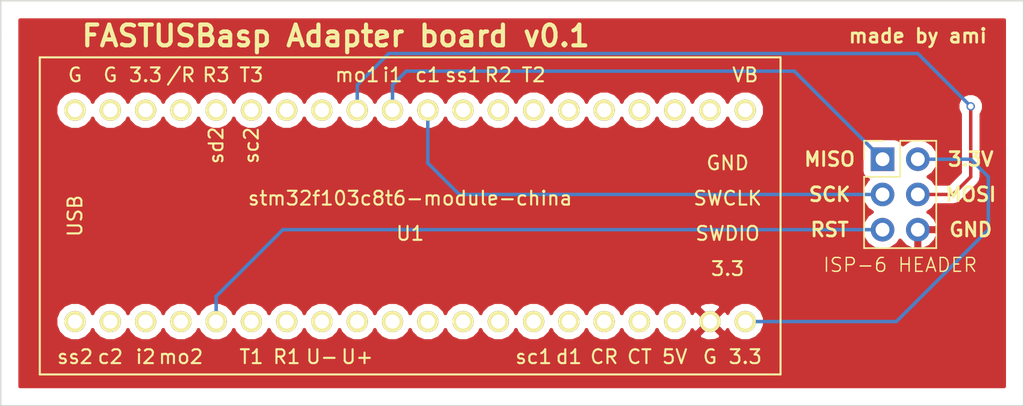
<source format=kicad_pcb>
(kicad_pcb (version 4) (host pcbnew 4.0.6)

  (general
    (links 6)
    (no_connects 0)
    (area 162.509999 101.549999 236.270001 130.860001)
    (thickness 1.6)
    (drawings 15)
    (tracks 23)
    (zones 0)
    (modules 2)
    (nets 41)
  )

  (page A4)
  (layers
    (0 F.Cu signal)
    (31 B.Cu signal)
    (32 B.Adhes user)
    (33 F.Adhes user)
    (34 B.Paste user)
    (35 F.Paste user)
    (36 B.SilkS user)
    (37 F.SilkS user)
    (38 B.Mask user)
    (39 F.Mask user)
    (40 Dwgs.User user)
    (41 Cmts.User user)
    (42 Eco1.User user)
    (43 Eco2.User user)
    (44 Edge.Cuts user)
    (45 Margin user)
    (46 B.CrtYd user)
    (47 F.CrtYd user)
    (48 B.Fab user)
    (49 F.Fab user)
  )

  (setup
    (last_trace_width 0.25)
    (trace_clearance 0.2)
    (zone_clearance 0.508)
    (zone_45_only no)
    (trace_min 0.2)
    (segment_width 0.2)
    (edge_width 0.1)
    (via_size 0.6)
    (via_drill 0.4)
    (via_min_size 0.4)
    (via_min_drill 0.3)
    (uvia_size 0.3)
    (uvia_drill 0.1)
    (uvias_allowed no)
    (uvia_min_size 0.2)
    (uvia_min_drill 0.1)
    (pcb_text_width 0.3)
    (pcb_text_size 1.5 1.5)
    (mod_edge_width 0.15)
    (mod_text_size 1 1)
    (mod_text_width 0.15)
    (pad_size 1.5 1.5)
    (pad_drill 0.6)
    (pad_to_mask_clearance 0)
    (aux_axis_origin 0 0)
    (visible_elements FFFFFF7F)
    (pcbplotparams
      (layerselection 0x010f0_80000001)
      (usegerberextensions true)
      (excludeedgelayer true)
      (linewidth 0.100000)
      (plotframeref false)
      (viasonmask false)
      (mode 1)
      (useauxorigin false)
      (hpglpennumber 1)
      (hpglpenspeed 20)
      (hpglpendiameter 15)
      (hpglpenoverlay 2)
      (psnegative false)
      (psa4output false)
      (plotreference true)
      (plotvalue true)
      (plotinvisibletext false)
      (padsonsilk false)
      (subtractmaskfromsilk false)
      (outputformat 1)
      (mirror false)
      (drillshape 0)
      (scaleselection 1)
      (outputdirectory /home/ami/repos/FASTUSBasp/kicad2/gerber/))
  )

  (net 0 "")
  (net 1 "Net-(CON1-Pad1)")
  (net 2 "Net-(CON1-Pad3)")
  (net 3 "Net-(CON1-Pad4)")
  (net 4 "Net-(CON1-Pad5)")
  (net 5 "Net-(U1-Pad1)")
  (net 6 "Net-(U1-Pad2)")
  (net 7 "Net-(U1-Pad3)")
  (net 8 "Net-(U1-Pad4)")
  (net 9 "Net-(U1-Pad6)")
  (net 10 "Net-(U1-Pad7)")
  (net 11 "Net-(U1-Pad8)")
  (net 12 "Net-(U1-Pad9)")
  (net 13 "Net-(U1-Pad10)")
  (net 14 "Net-(U1-Pad11)")
  (net 15 "Net-(U1-Pad12)")
  (net 16 "Net-(U1-Pad13)")
  (net 17 "Net-(U1-Pad14)")
  (net 18 "Net-(U1-Pad15)")
  (net 19 "Net-(U1-Pad16)")
  (net 20 "Net-(U1-Pad17)")
  (net 21 "Net-(U1-Pad18)")
  (net 22 "Net-(U1-Pad21)")
  (net 23 "Net-(U1-Pad22)")
  (net 24 "Net-(U1-Pad23)")
  (net 25 "Net-(U1-Pad24)")
  (net 26 "Net-(U1-Pad25)")
  (net 27 "Net-(U1-Pad26)")
  (net 28 "Net-(U1-Pad27)")
  (net 29 "Net-(U1-Pad28)")
  (net 30 "Net-(U1-Pad29)")
  (net 31 "Net-(U1-Pad33)")
  (net 32 "Net-(U1-Pad34)")
  (net 33 "Net-(U1-Pad35)")
  (net 34 "Net-(U1-Pad36)")
  (net 35 "Net-(U1-Pad37)")
  (net 36 "Net-(U1-Pad38)")
  (net 37 "Net-(U1-Pad39)")
  (net 38 "Net-(U1-Pad40)")
  (net 39 /3.3V)
  (net 40 /GND)

  (net_class Default "This is the default net class."
    (clearance 0.2)
    (trace_width 0.25)
    (via_dia 0.6)
    (via_drill 0.4)
    (uvia_dia 0.3)
    (uvia_drill 0.1)
    (add_net /3.3V)
    (add_net /GND)
    (add_net "Net-(CON1-Pad1)")
    (add_net "Net-(CON1-Pad3)")
    (add_net "Net-(CON1-Pad4)")
    (add_net "Net-(CON1-Pad5)")
    (add_net "Net-(U1-Pad1)")
    (add_net "Net-(U1-Pad10)")
    (add_net "Net-(U1-Pad11)")
    (add_net "Net-(U1-Pad12)")
    (add_net "Net-(U1-Pad13)")
    (add_net "Net-(U1-Pad14)")
    (add_net "Net-(U1-Pad15)")
    (add_net "Net-(U1-Pad16)")
    (add_net "Net-(U1-Pad17)")
    (add_net "Net-(U1-Pad18)")
    (add_net "Net-(U1-Pad2)")
    (add_net "Net-(U1-Pad21)")
    (add_net "Net-(U1-Pad22)")
    (add_net "Net-(U1-Pad23)")
    (add_net "Net-(U1-Pad24)")
    (add_net "Net-(U1-Pad25)")
    (add_net "Net-(U1-Pad26)")
    (add_net "Net-(U1-Pad27)")
    (add_net "Net-(U1-Pad28)")
    (add_net "Net-(U1-Pad29)")
    (add_net "Net-(U1-Pad3)")
    (add_net "Net-(U1-Pad33)")
    (add_net "Net-(U1-Pad34)")
    (add_net "Net-(U1-Pad35)")
    (add_net "Net-(U1-Pad36)")
    (add_net "Net-(U1-Pad37)")
    (add_net "Net-(U1-Pad38)")
    (add_net "Net-(U1-Pad39)")
    (add_net "Net-(U1-Pad4)")
    (add_net "Net-(U1-Pad40)")
    (add_net "Net-(U1-Pad6)")
    (add_net "Net-(U1-Pad7)")
    (add_net "Net-(U1-Pad8)")
    (add_net "Net-(U1-Pad9)")
  )

  (module Pin_Headers:Pin_Header_Straight_2x03_Pitch2.54mm (layer F.Cu) (tedit 58F4E5A2) (tstamp 58F3B34E)
    (at 226.06 113.03)
    (descr "Through hole straight pin header, 2x03, 2.54mm pitch, double rows")
    (tags "Through hole pin header THT 2x03 2.54mm double row")
    (path /58F3AC05)
    (fp_text reference CON1 (at 1.27 -2.33) (layer F.SilkS) hide
      (effects (font (size 1 1) (thickness 0.15)))
    )
    (fp_text value AVR-ISP-6 (at 1.27 7.41) (layer F.Fab) hide
      (effects (font (size 1 1) (thickness 0.15)))
    )
    (fp_line (start -1.27 -1.27) (end -1.27 6.35) (layer F.Fab) (width 0.1))
    (fp_line (start -1.27 6.35) (end 3.81 6.35) (layer F.Fab) (width 0.1))
    (fp_line (start 3.81 6.35) (end 3.81 -1.27) (layer F.Fab) (width 0.1))
    (fp_line (start 3.81 -1.27) (end -1.27 -1.27) (layer F.Fab) (width 0.1))
    (fp_line (start -1.33 1.27) (end -1.33 6.41) (layer F.SilkS) (width 0.12))
    (fp_line (start -1.33 6.41) (end 3.87 6.41) (layer F.SilkS) (width 0.12))
    (fp_line (start 3.87 6.41) (end 3.87 -1.33) (layer F.SilkS) (width 0.12))
    (fp_line (start 3.87 -1.33) (end 1.27 -1.33) (layer F.SilkS) (width 0.12))
    (fp_line (start 1.27 -1.33) (end 1.27 1.27) (layer F.SilkS) (width 0.12))
    (fp_line (start 1.27 1.27) (end -1.33 1.27) (layer F.SilkS) (width 0.12))
    (fp_line (start -1.33 0) (end -1.33 -1.33) (layer F.SilkS) (width 0.12))
    (fp_line (start -1.33 -1.33) (end 0 -1.33) (layer F.SilkS) (width 0.12))
    (fp_line (start -1.8 -1.8) (end -1.8 6.85) (layer F.CrtYd) (width 0.05))
    (fp_line (start -1.8 6.85) (end 4.35 6.85) (layer F.CrtYd) (width 0.05))
    (fp_line (start 4.35 6.85) (end 4.35 -1.8) (layer F.CrtYd) (width 0.05))
    (fp_line (start 4.35 -1.8) (end -1.8 -1.8) (layer F.CrtYd) (width 0.05))
    (fp_text user "ISP-6 HEADER" (at 1.27 -2.33) (layer F.Fab)
      (effects (font (size 1 1) (thickness 0.15)))
    )
    (pad 1 thru_hole rect (at 0 0) (size 1.7 1.7) (drill 1) (layers *.Cu *.Mask)
      (net 1 "Net-(CON1-Pad1)"))
    (pad 2 thru_hole oval (at 2.54 0) (size 1.7 1.7) (drill 1) (layers *.Cu *.Mask)
      (net 39 /3.3V))
    (pad 3 thru_hole oval (at 0 2.54) (size 1.7 1.7) (drill 1) (layers *.Cu *.Mask)
      (net 2 "Net-(CON1-Pad3)"))
    (pad 4 thru_hole oval (at 2.54 2.54) (size 1.7 1.7) (drill 1) (layers *.Cu *.Mask)
      (net 3 "Net-(CON1-Pad4)"))
    (pad 5 thru_hole oval (at 0 5.08) (size 1.7 1.7) (drill 1) (layers *.Cu *.Mask)
      (net 4 "Net-(CON1-Pad5)"))
    (pad 6 thru_hole oval (at 2.54 5.08) (size 1.7 1.7) (drill 1) (layers *.Cu *.Mask)
      (net 40 /GND))
    (model ${KISYS3DMOD}/Pin_Headers.3dshapes/Pin_Header_Straight_2x03_Pitch2.54mm.wrl
      (at (xyz 0.05 -0.1 0))
      (scale (xyz 1 1 1))
      (rotate (xyz 0 0 90))
    )
  )

  (module myelin-kicad:stm32f103c8t6-module-china (layer F.Cu) (tedit 5712CDA9) (tstamp 58F3B3A1)
    (at 192.045001 117.115001)
    (path /58F3343D)
    (fp_text reference U1 (at 0 1.27) (layer F.SilkS)
      (effects (font (size 1 1) (thickness 0.15)))
    )
    (fp_text value stm32f103c8t6-module-china (at 0 -1.27) (layer F.SilkS)
      (effects (font (size 1 1) (thickness 0.15)))
    )
    (fp_text user sc2 (at -11.43 -5.08 90) (layer F.SilkS)
      (effects (font (size 1 1) (thickness 0.15)))
    )
    (fp_text user sd2 (at -13.97 -5.08 90) (layer F.SilkS)
      (effects (font (size 1 1) (thickness 0.15)))
    )
    (fp_text user mo2 (at -16.51 10.16) (layer F.SilkS)
      (effects (font (size 1 1) (thickness 0.15)))
    )
    (fp_text user i2 (at -19.05 10.16) (layer F.SilkS)
      (effects (font (size 1 1) (thickness 0.15)))
    )
    (fp_text user c2 (at -21.59 10.16) (layer F.SilkS)
      (effects (font (size 1 1) (thickness 0.15)))
    )
    (fp_text user ss2 (at -24.13 10.16) (layer F.SilkS)
      (effects (font (size 1 1) (thickness 0.15)))
    )
    (fp_text user d1 (at 11.43 10.16) (layer F.SilkS)
      (effects (font (size 1 1) (thickness 0.15)))
    )
    (fp_text user sc1 (at 8.89 10.16) (layer F.SilkS)
      (effects (font (size 1 1) (thickness 0.15)))
    )
    (fp_text user T2 (at 8.89 -10.16) (layer F.SilkS)
      (effects (font (size 1 1) (thickness 0.15)))
    )
    (fp_text user R2 (at 6.35 -10.16) (layer F.SilkS)
      (effects (font (size 1 1) (thickness 0.15)))
    )
    (fp_text user ss1 (at 3.81 -10.16) (layer F.SilkS)
      (effects (font (size 1 1) (thickness 0.15)))
    )
    (fp_text user c1 (at 1.27 -10.16) (layer F.SilkS)
      (effects (font (size 1 1) (thickness 0.15)))
    )
    (fp_text user i1 (at -1.27 -10.16) (layer F.SilkS)
      (effects (font (size 1 1) (thickness 0.15)))
    )
    (fp_text user mo1 (at -3.81 -10.16) (layer F.SilkS)
      (effects (font (size 1 1) (thickness 0.15)))
    )
    (fp_text user T3 (at -11.43 -10.16) (layer F.SilkS)
      (effects (font (size 1 1) (thickness 0.15)))
    )
    (fp_text user R3 (at -13.97 -10.16) (layer F.SilkS)
      (effects (font (size 1 1) (thickness 0.15)))
    )
    (fp_text user CT (at 16.51 10.16) (layer F.SilkS)
      (effects (font (size 1 1) (thickness 0.15)))
    )
    (fp_text user CR (at 13.97 10.16) (layer F.SilkS)
      (effects (font (size 1 1) (thickness 0.15)))
    )
    (fp_text user U+ (at -3.81 10.16) (layer F.SilkS)
      (effects (font (size 1 1) (thickness 0.15)))
    )
    (fp_text user U- (at -6.35 10.16) (layer F.SilkS)
      (effects (font (size 1 1) (thickness 0.15)))
    )
    (fp_text user R1 (at -8.89 10.16) (layer F.SilkS)
      (effects (font (size 1 1) (thickness 0.15)))
    )
    (fp_text user T1 (at -11.43 10.16) (layer F.SilkS)
      (effects (font (size 1 1) (thickness 0.15)))
    )
    (fp_text user 3.3 (at 22.86 3.81) (layer F.SilkS)
      (effects (font (size 1 1) (thickness 0.15)))
    )
    (fp_text user SWDIO (at 22.86 1.27) (layer F.SilkS)
      (effects (font (size 1 1) (thickness 0.15)))
    )
    (fp_text user SWCLK (at 22.86 -1.27) (layer F.SilkS)
      (effects (font (size 1 1) (thickness 0.15)))
    )
    (fp_text user GND (at 22.86 -3.81) (layer F.SilkS)
      (effects (font (size 1 1) (thickness 0.15)))
    )
    (fp_text user 3.3 (at 24.13 10.16) (layer F.SilkS)
      (effects (font (size 1 1) (thickness 0.15)))
    )
    (fp_text user G (at 21.59 10.16) (layer F.SilkS)
      (effects (font (size 1 1) (thickness 0.15)))
    )
    (fp_text user /R (at -16.51 -10.16) (layer F.SilkS)
      (effects (font (size 1 1) (thickness 0.15)))
    )
    (fp_text user 3.3 (at -19.05 -10.16) (layer F.SilkS)
      (effects (font (size 1 1) (thickness 0.15)))
    )
    (fp_text user G (at -21.59 -10.16) (layer F.SilkS)
      (effects (font (size 1 1) (thickness 0.15)))
    )
    (fp_text user G (at -24.13 -10.16) (layer F.SilkS)
      (effects (font (size 1 1) (thickness 0.15)))
    )
    (fp_text user VB (at 24.13 -10.16) (layer F.SilkS)
      (effects (font (size 1 1) (thickness 0.15)))
    )
    (fp_text user 5V (at 19.05 10.16) (layer F.SilkS)
      (effects (font (size 1 1) (thickness 0.15)))
    )
    (fp_text user USB (at -24.13 0 90) (layer F.SilkS)
      (effects (font (size 1 1) (thickness 0.15)))
    )
    (fp_line (start -26.67 11.43) (end 26.67 11.43) (layer F.SilkS) (width 0.15))
    (fp_line (start 26.67 -11.43) (end -26.67 -11.43) (layer F.SilkS) (width 0.15))
    (fp_line (start 26.67 11.43) (end 26.67 -11.43) (layer F.SilkS) (width 0.15))
    (fp_line (start -26.67 -11.43) (end -26.67 11.43) (layer F.SilkS) (width 0.15))
    (pad 1 thru_hole circle (at -24.13 7.62) (size 1.524 1.524) (drill 1.016) (layers *.Cu *.Mask F.SilkS)
      (net 5 "Net-(U1-Pad1)"))
    (pad 2 thru_hole circle (at -21.59 7.62) (size 1.524 1.524) (drill 1.016) (layers *.Cu *.Mask F.SilkS)
      (net 6 "Net-(U1-Pad2)"))
    (pad 3 thru_hole circle (at -19.05 7.62) (size 1.524 1.524) (drill 1.016) (layers *.Cu *.Mask F.SilkS)
      (net 7 "Net-(U1-Pad3)"))
    (pad 4 thru_hole circle (at -16.51 7.62) (size 1.524 1.524) (drill 1.016) (layers *.Cu *.Mask F.SilkS)
      (net 8 "Net-(U1-Pad4)"))
    (pad 5 thru_hole circle (at -13.97 7.62) (size 1.524 1.524) (drill 1.016) (layers *.Cu *.Mask F.SilkS)
      (net 4 "Net-(CON1-Pad5)"))
    (pad 6 thru_hole circle (at -11.43 7.62) (size 1.524 1.524) (drill 1.016) (layers *.Cu *.Mask F.SilkS)
      (net 9 "Net-(U1-Pad6)"))
    (pad 7 thru_hole circle (at -8.89 7.62) (size 1.524 1.524) (drill 1.016) (layers *.Cu *.Mask F.SilkS)
      (net 10 "Net-(U1-Pad7)"))
    (pad 8 thru_hole circle (at -6.35 7.62) (size 1.524 1.524) (drill 1.016) (layers *.Cu *.Mask F.SilkS)
      (net 11 "Net-(U1-Pad8)"))
    (pad 9 thru_hole circle (at -3.81 7.62) (size 1.524 1.524) (drill 1.016) (layers *.Cu *.Mask F.SilkS)
      (net 12 "Net-(U1-Pad9)"))
    (pad 10 thru_hole circle (at -1.27 7.62) (size 1.524 1.524) (drill 1.016) (layers *.Cu *.Mask F.SilkS)
      (net 13 "Net-(U1-Pad10)"))
    (pad 11 thru_hole circle (at 1.27 7.62) (size 1.524 1.524) (drill 1.016) (layers *.Cu *.Mask F.SilkS)
      (net 14 "Net-(U1-Pad11)"))
    (pad 12 thru_hole circle (at 3.81 7.62) (size 1.524 1.524) (drill 1.016) (layers *.Cu *.Mask F.SilkS)
      (net 15 "Net-(U1-Pad12)"))
    (pad 13 thru_hole circle (at 6.35 7.62) (size 1.524 1.524) (drill 1.016) (layers *.Cu *.Mask F.SilkS)
      (net 16 "Net-(U1-Pad13)"))
    (pad 14 thru_hole circle (at 8.89 7.62) (size 1.524 1.524) (drill 1.016) (layers *.Cu *.Mask F.SilkS)
      (net 17 "Net-(U1-Pad14)"))
    (pad 15 thru_hole circle (at 11.43 7.62) (size 1.524 1.524) (drill 1.016) (layers *.Cu *.Mask F.SilkS)
      (net 18 "Net-(U1-Pad15)"))
    (pad 16 thru_hole circle (at 13.97 7.62) (size 1.524 1.524) (drill 1.016) (layers *.Cu *.Mask F.SilkS)
      (net 19 "Net-(U1-Pad16)"))
    (pad 17 thru_hole circle (at 16.51 7.62) (size 1.524 1.524) (drill 1.016) (layers *.Cu *.Mask F.SilkS)
      (net 20 "Net-(U1-Pad17)"))
    (pad 18 thru_hole circle (at 19.05 7.62) (size 1.524 1.524) (drill 1.016) (layers *.Cu *.Mask F.SilkS)
      (net 21 "Net-(U1-Pad18)"))
    (pad 19 thru_hole circle (at 21.59 7.62) (size 1.524 1.524) (drill 1.016) (layers *.Cu *.Mask F.SilkS)
      (net 40 /GND))
    (pad 20 thru_hole circle (at 24.13 7.62) (size 1.524 1.524) (drill 1.016) (layers *.Cu *.Mask F.SilkS)
      (net 39 /3.3V))
    (pad 21 thru_hole circle (at 24.13 -7.62) (size 1.524 1.524) (drill 1.016) (layers *.Cu *.Mask F.SilkS)
      (net 22 "Net-(U1-Pad21)"))
    (pad 22 thru_hole circle (at 21.59 -7.62) (size 1.524 1.524) (drill 1.016) (layers *.Cu *.Mask F.SilkS)
      (net 23 "Net-(U1-Pad22)"))
    (pad 23 thru_hole circle (at 19.05 -7.62) (size 1.524 1.524) (drill 1.016) (layers *.Cu *.Mask F.SilkS)
      (net 24 "Net-(U1-Pad23)"))
    (pad 24 thru_hole circle (at 16.51 -7.62) (size 1.524 1.524) (drill 1.016) (layers *.Cu *.Mask F.SilkS)
      (net 25 "Net-(U1-Pad24)"))
    (pad 25 thru_hole circle (at 13.97 -7.62) (size 1.524 1.524) (drill 1.016) (layers *.Cu *.Mask F.SilkS)
      (net 26 "Net-(U1-Pad25)"))
    (pad 26 thru_hole circle (at 11.43 -7.62) (size 1.524 1.524) (drill 1.016) (layers *.Cu *.Mask F.SilkS)
      (net 27 "Net-(U1-Pad26)"))
    (pad 27 thru_hole circle (at 8.89 -7.62) (size 1.524 1.524) (drill 1.016) (layers *.Cu *.Mask F.SilkS)
      (net 28 "Net-(U1-Pad27)"))
    (pad 28 thru_hole circle (at 6.35 -7.62) (size 1.524 1.524) (drill 1.016) (layers *.Cu *.Mask F.SilkS)
      (net 29 "Net-(U1-Pad28)"))
    (pad 29 thru_hole circle (at 3.81 -7.62) (size 1.524 1.524) (drill 1.016) (layers *.Cu *.Mask F.SilkS)
      (net 30 "Net-(U1-Pad29)"))
    (pad 30 thru_hole circle (at 1.27 -7.62) (size 1.524 1.524) (drill 1.016) (layers *.Cu *.Mask F.SilkS)
      (net 2 "Net-(CON1-Pad3)"))
    (pad 31 thru_hole circle (at -1.27 -7.62) (size 1.524 1.524) (drill 1.016) (layers *.Cu *.Mask F.SilkS)
      (net 1 "Net-(CON1-Pad1)"))
    (pad 32 thru_hole circle (at -3.81 -7.62) (size 1.524 1.524) (drill 1.016) (layers *.Cu *.Mask F.SilkS)
      (net 3 "Net-(CON1-Pad4)"))
    (pad 33 thru_hole circle (at -6.35 -7.62) (size 1.524 1.524) (drill 1.016) (layers *.Cu *.Mask F.SilkS)
      (net 31 "Net-(U1-Pad33)"))
    (pad 34 thru_hole circle (at -8.89 -7.62) (size 1.524 1.524) (drill 1.016) (layers *.Cu *.Mask F.SilkS)
      (net 32 "Net-(U1-Pad34)"))
    (pad 35 thru_hole circle (at -11.43 -7.62) (size 1.524 1.524) (drill 1.016) (layers *.Cu *.Mask F.SilkS)
      (net 33 "Net-(U1-Pad35)"))
    (pad 36 thru_hole circle (at -13.97 -7.62) (size 1.524 1.524) (drill 1.016) (layers *.Cu *.Mask F.SilkS)
      (net 34 "Net-(U1-Pad36)"))
    (pad 37 thru_hole circle (at -16.51 -7.62) (size 1.524 1.524) (drill 1.016) (layers *.Cu *.Mask F.SilkS)
      (net 35 "Net-(U1-Pad37)"))
    (pad 38 thru_hole circle (at -19.05 -7.62) (size 1.524 1.524) (drill 1.016) (layers *.Cu *.Mask F.SilkS)
      (net 36 "Net-(U1-Pad38)"))
    (pad 39 thru_hole circle (at -21.59 -7.62) (size 1.524 1.524) (drill 1.016) (layers *.Cu *.Mask F.SilkS)
      (net 37 "Net-(U1-Pad39)"))
    (pad 40 thru_hole circle (at -24.13 -7.62) (size 1.524 1.524) (drill 1.016) (layers *.Cu *.Mask F.SilkS)
      (net 38 "Net-(U1-Pad40)"))
  )

  (gr_text GND (at 232.41 118.11) (layer F.SilkS)
    (effects (font (size 1 1) (thickness 0.2)))
  )
  (gr_text MOSI (at 232.41 115.57) (layer F.SilkS)
    (effects (font (size 1 1) (thickness 0.2)))
  )
  (gr_text 3.3V (at 232.41 113.03) (layer F.SilkS)
    (effects (font (size 1 1) (thickness 0.2)))
  )
  (gr_text "ISP-6 HEADER" (at 227.33 120.65) (layer F.SilkS)
    (effects (font (size 1 1) (thickness 0.1)))
  )
  (gr_text RST (at 222.25 118.11) (layer F.SilkS)
    (effects (font (size 1 1) (thickness 0.2)))
  )
  (gr_text SCK (at 222.25 115.57) (layer F.SilkS)
    (effects (font (size 1 1) (thickness 0.2)))
  )
  (gr_text MISO (at 222.25 113.03) (layer F.SilkS)
    (effects (font (size 1 1) (thickness 0.2)))
  )
  (gr_text "made by ami" (at 228.6 104.14) (layer F.SilkS)
    (effects (font (size 1 1) (thickness 0.2)))
  )
  (gr_text "FASTUSBasp Adapter board v0.1" (at 186.69 104.14) (layer F.SilkS)
    (effects (font (size 1.5 1.5) (thickness 0.3)))
  )
  (gr_line (start 236.22 101.6) (end 236.22 104.14) (angle 90) (layer Edge.Cuts) (width 0.1))
  (gr_line (start 162.56 101.6) (end 236.22 101.6) (angle 90) (layer Edge.Cuts) (width 0.1))
  (gr_line (start 162.56 104.14) (end 162.56 101.6) (angle 90) (layer Edge.Cuts) (width 0.1))
  (gr_line (start 162.56 130.81) (end 162.56 104.14) (angle 90) (layer Edge.Cuts) (width 0.1))
  (gr_line (start 236.22 130.81) (end 162.56 130.81) (angle 90) (layer Edge.Cuts) (width 0.1))
  (gr_line (start 236.22 104.14) (end 236.22 130.81) (angle 90) (layer Edge.Cuts) (width 0.1))

  (segment (start 190.775001 109.495001) (end 190.775001 107.674999) (width 0.25) (layer B.Cu) (net 1))
  (segment (start 219.71 106.68) (end 226.06 113.03) (width 0.25) (layer B.Cu) (net 1) (tstamp 58F3B544))
  (segment (start 191.77 106.68) (end 219.71 106.68) (width 0.25) (layer B.Cu) (net 1) (tstamp 58F3B53F))
  (segment (start 190.775001 107.674999) (end 191.77 106.68) (width 0.25) (layer B.Cu) (net 1) (tstamp 58F3B53C))
  (segment (start 193.315001 109.495001) (end 193.315001 113.305001) (width 0.25) (layer B.Cu) (net 2))
  (segment (start 195.58 115.57) (end 226.06 115.57) (width 0.25) (layer B.Cu) (net 2) (tstamp 58F3B551))
  (segment (start 193.315001 113.305001) (end 195.58 115.57) (width 0.25) (layer B.Cu) (net 2) (tstamp 58F3B549))
  (segment (start 188.235001 109.495001) (end 188.235001 107.674999) (width 0.25) (layer B.Cu) (net 3))
  (segment (start 231.14 115.57) (end 228.6 115.57) (width 0.25) (layer F.Cu) (net 3) (tstamp 58F3B507))
  (segment (start 232.41 114.3) (end 231.14 115.57) (width 0.25) (layer F.Cu) (net 3) (tstamp 58F3B4FF))
  (segment (start 232.41 109.22) (end 232.41 114.3) (width 0.25) (layer F.Cu) (net 3) (tstamp 58F3B4FE))
  (via (at 232.41 109.22) (size 0.6) (drill 0.4) (layers F.Cu B.Cu) (net 3))
  (segment (start 228.6 105.41) (end 232.41 109.22) (width 0.25) (layer B.Cu) (net 3) (tstamp 58F3B4F1))
  (segment (start 190.5 105.41) (end 228.6 105.41) (width 0.25) (layer B.Cu) (net 3) (tstamp 58F3B4EC))
  (segment (start 188.235001 107.674999) (end 190.5 105.41) (width 0.25) (layer B.Cu) (net 3) (tstamp 58F3B4E3))
  (segment (start 178.075001 124.735001) (end 178.075001 122.914999) (width 0.25) (layer B.Cu) (net 4))
  (segment (start 182.88 118.11) (end 226.06 118.11) (width 0.25) (layer B.Cu) (net 4) (tstamp 58F3B566))
  (segment (start 178.075001 122.914999) (end 182.88 118.11) (width 0.25) (layer B.Cu) (net 4) (tstamp 58F3B55E))
  (segment (start 216.175001 124.735001) (end 227.054999 124.735001) (width 0.25) (layer B.Cu) (net 39))
  (segment (start 232.41 113.03) (end 228.6 113.03) (width 0.25) (layer B.Cu) (net 39) (tstamp 58F3B5AF))
  (segment (start 233.68 114.3) (end 232.41 113.03) (width 0.25) (layer B.Cu) (net 39) (tstamp 58F3B5A7))
  (segment (start 233.68 118.11) (end 233.68 114.3) (width 0.25) (layer B.Cu) (net 39) (tstamp 58F3B59F))
  (segment (start 227.054999 124.735001) (end 233.68 118.11) (width 0.25) (layer B.Cu) (net 39) (tstamp 58F3B599))

  (zone (net 40) (net_name /GND) (layer F.Cu) (tstamp 58F3B486) (hatch edge 0.508)
    (connect_pads (clearance 0.508))
    (min_thickness 0.254)
    (fill yes (arc_segments 16) (thermal_gap 0.508) (thermal_bridge_width 0.508))
    (polygon
      (pts
        (xy 234.95 129.54) (xy 163.83 129.54) (xy 163.83 102.87) (xy 234.95 102.87)
      )
    )
    (filled_polygon
      (pts
        (xy 234.823 129.413) (xy 163.957 129.413) (xy 163.957 125.011662) (xy 166.517759 125.011662) (xy 166.729991 125.525304)
        (xy 167.122631 125.91863) (xy 167.635901 126.131758) (xy 168.191662 126.132243) (xy 168.705304 125.920011) (xy 169.09863 125.527371)
        (xy 169.18495 125.319489) (xy 169.269991 125.525304) (xy 169.662631 125.91863) (xy 170.175901 126.131758) (xy 170.731662 126.132243)
        (xy 171.245304 125.920011) (xy 171.63863 125.527371) (xy 171.72495 125.319489) (xy 171.809991 125.525304) (xy 172.202631 125.91863)
        (xy 172.715901 126.131758) (xy 173.271662 126.132243) (xy 173.785304 125.920011) (xy 174.17863 125.527371) (xy 174.26495 125.319489)
        (xy 174.349991 125.525304) (xy 174.742631 125.91863) (xy 175.255901 126.131758) (xy 175.811662 126.132243) (xy 176.325304 125.920011)
        (xy 176.71863 125.527371) (xy 176.80495 125.319489) (xy 176.889991 125.525304) (xy 177.282631 125.91863) (xy 177.795901 126.131758)
        (xy 178.351662 126.132243) (xy 178.865304 125.920011) (xy 179.25863 125.527371) (xy 179.34495 125.319489) (xy 179.429991 125.525304)
        (xy 179.822631 125.91863) (xy 180.335901 126.131758) (xy 180.891662 126.132243) (xy 181.405304 125.920011) (xy 181.79863 125.527371)
        (xy 181.88495 125.319489) (xy 181.969991 125.525304) (xy 182.362631 125.91863) (xy 182.875901 126.131758) (xy 183.431662 126.132243)
        (xy 183.945304 125.920011) (xy 184.33863 125.527371) (xy 184.42495 125.319489) (xy 184.509991 125.525304) (xy 184.902631 125.91863)
        (xy 185.415901 126.131758) (xy 185.971662 126.132243) (xy 186.485304 125.920011) (xy 186.87863 125.527371) (xy 186.96495 125.319489)
        (xy 187.049991 125.525304) (xy 187.442631 125.91863) (xy 187.955901 126.131758) (xy 188.511662 126.132243) (xy 189.025304 125.920011)
        (xy 189.41863 125.527371) (xy 189.50495 125.319489) (xy 189.589991 125.525304) (xy 189.982631 125.91863) (xy 190.495901 126.131758)
        (xy 191.051662 126.132243) (xy 191.565304 125.920011) (xy 191.95863 125.527371) (xy 192.04495 125.319489) (xy 192.129991 125.525304)
        (xy 192.522631 125.91863) (xy 193.035901 126.131758) (xy 193.591662 126.132243) (xy 194.105304 125.920011) (xy 194.49863 125.527371)
        (xy 194.58495 125.319489) (xy 194.669991 125.525304) (xy 195.062631 125.91863) (xy 195.575901 126.131758) (xy 196.131662 126.132243)
        (xy 196.645304 125.920011) (xy 197.03863 125.527371) (xy 197.12495 125.319489) (xy 197.209991 125.525304) (xy 197.602631 125.91863)
        (xy 198.115901 126.131758) (xy 198.671662 126.132243) (xy 199.185304 125.920011) (xy 199.57863 125.527371) (xy 199.66495 125.319489)
        (xy 199.749991 125.525304) (xy 200.142631 125.91863) (xy 200.655901 126.131758) (xy 201.211662 126.132243) (xy 201.725304 125.920011)
        (xy 202.11863 125.527371) (xy 202.20495 125.319489) (xy 202.289991 125.525304) (xy 202.682631 125.91863) (xy 203.195901 126.131758)
        (xy 203.751662 126.132243) (xy 204.265304 125.920011) (xy 204.65863 125.527371) (xy 204.74495 125.319489) (xy 204.829991 125.525304)
        (xy 205.222631 125.91863) (xy 205.735901 126.131758) (xy 206.291662 126.132243) (xy 206.805304 125.920011) (xy 207.19863 125.527371)
        (xy 207.28495 125.319489) (xy 207.369991 125.525304) (xy 207.762631 125.91863) (xy 208.275901 126.131758) (xy 208.831662 126.132243)
        (xy 209.345304 125.920011) (xy 209.73863 125.527371) (xy 209.82495 125.319489) (xy 209.909991 125.525304) (xy 210.302631 125.91863)
        (xy 210.815901 126.131758) (xy 211.371662 126.132243) (xy 211.885304 125.920011) (xy 212.090458 125.715214) (xy 212.834393 125.715214)
        (xy 212.903858 125.957398) (xy 213.427303 126.144145) (xy 213.982369 126.116363) (xy 214.366144 125.957398) (xy 214.435609 125.715214)
        (xy 213.635001 124.914606) (xy 212.834393 125.715214) (xy 212.090458 125.715214) (xy 212.27863 125.527371) (xy 212.358396 125.335274)
        (xy 212.412604 125.466144) (xy 212.654788 125.535609) (xy 213.455396 124.735001) (xy 213.814606 124.735001) (xy 214.615214 125.535609)
        (xy 214.857398 125.466144) (xy 214.90751 125.325683) (xy 214.989991 125.525304) (xy 215.382631 125.91863) (xy 215.895901 126.131758)
        (xy 216.451662 126.132243) (xy 216.965304 125.920011) (xy 217.35863 125.527371) (xy 217.571758 125.014101) (xy 217.572243 124.45834)
        (xy 217.360011 123.944698) (xy 216.967371 123.551372) (xy 216.454101 123.338244) (xy 215.89834 123.337759) (xy 215.384698 123.549991)
        (xy 214.991372 123.942631) (xy 214.911606 124.134728) (xy 214.857398 124.003858) (xy 214.615214 123.934393) (xy 213.814606 124.735001)
        (xy 213.455396 124.735001) (xy 212.654788 123.934393) (xy 212.412604 124.003858) (xy 212.362492 124.144319) (xy 212.280011 123.944698)
        (xy 212.090433 123.754788) (xy 212.834393 123.754788) (xy 213.635001 124.555396) (xy 214.435609 123.754788) (xy 214.366144 123.512604)
        (xy 213.842699 123.325857) (xy 213.287633 123.353639) (xy 212.903858 123.512604) (xy 212.834393 123.754788) (xy 212.090433 123.754788)
        (xy 211.887371 123.551372) (xy 211.374101 123.338244) (xy 210.81834 123.337759) (xy 210.304698 123.549991) (xy 209.911372 123.942631)
        (xy 209.825052 124.150513) (xy 209.740011 123.944698) (xy 209.347371 123.551372) (xy 208.834101 123.338244) (xy 208.27834 123.337759)
        (xy 207.764698 123.549991) (xy 207.371372 123.942631) (xy 207.285052 124.150513) (xy 207.200011 123.944698) (xy 206.807371 123.551372)
        (xy 206.294101 123.338244) (xy 205.73834 123.337759) (xy 205.224698 123.549991) (xy 204.831372 123.942631) (xy 204.745052 124.150513)
        (xy 204.660011 123.944698) (xy 204.267371 123.551372) (xy 203.754101 123.338244) (xy 203.19834 123.337759) (xy 202.684698 123.549991)
        (xy 202.291372 123.942631) (xy 202.205052 124.150513) (xy 202.120011 123.944698) (xy 201.727371 123.551372) (xy 201.214101 123.338244)
        (xy 200.65834 123.337759) (xy 200.144698 123.549991) (xy 199.751372 123.942631) (xy 199.665052 124.150513) (xy 199.580011 123.944698)
        (xy 199.187371 123.551372) (xy 198.674101 123.338244) (xy 198.11834 123.337759) (xy 197.604698 123.549991) (xy 197.211372 123.942631)
        (xy 197.125052 124.150513) (xy 197.040011 123.944698) (xy 196.647371 123.551372) (xy 196.134101 123.338244) (xy 195.57834 123.337759)
        (xy 195.064698 123.549991) (xy 194.671372 123.942631) (xy 194.585052 124.150513) (xy 194.500011 123.944698) (xy 194.107371 123.551372)
        (xy 193.594101 123.338244) (xy 193.03834 123.337759) (xy 192.524698 123.549991) (xy 192.131372 123.942631) (xy 192.045052 124.150513)
        (xy 191.960011 123.944698) (xy 191.567371 123.551372) (xy 191.054101 123.338244) (xy 190.49834 123.337759) (xy 189.984698 123.549991)
        (xy 189.591372 123.942631) (xy 189.505052 124.150513) (xy 189.420011 123.944698) (xy 189.027371 123.551372) (xy 188.514101 123.338244)
        (xy 187.95834 123.337759) (xy 187.444698 123.549991) (xy 187.051372 123.942631) (xy 186.965052 124.150513) (xy 186.880011 123.944698)
        (xy 186.487371 123.551372) (xy 185.974101 123.338244) (xy 185.41834 123.337759) (xy 184.904698 123.549991) (xy 184.511372 123.942631)
        (xy 184.425052 124.150513) (xy 184.340011 123.944698) (xy 183.947371 123.551372) (xy 183.434101 123.338244) (xy 182.87834 123.337759)
        (xy 182.364698 123.549991) (xy 181.971372 123.942631) (xy 181.885052 124.150513) (xy 181.800011 123.944698) (xy 181.407371 123.551372)
        (xy 180.894101 123.338244) (xy 180.33834 123.337759) (xy 179.824698 123.549991) (xy 179.431372 123.942631) (xy 179.345052 124.150513)
        (xy 179.260011 123.944698) (xy 178.867371 123.551372) (xy 178.354101 123.338244) (xy 177.79834 123.337759) (xy 177.284698 123.549991)
        (xy 176.891372 123.942631) (xy 176.805052 124.150513) (xy 176.720011 123.944698) (xy 176.327371 123.551372) (xy 175.814101 123.338244)
        (xy 175.25834 123.337759) (xy 174.744698 123.549991) (xy 174.351372 123.942631) (xy 174.265052 124.150513) (xy 174.180011 123.944698)
        (xy 173.787371 123.551372) (xy 173.274101 123.338244) (xy 172.71834 123.337759) (xy 172.204698 123.549991) (xy 171.811372 123.942631)
        (xy 171.725052 124.150513) (xy 171.640011 123.944698) (xy 171.247371 123.551372) (xy 170.734101 123.338244) (xy 170.17834 123.337759)
        (xy 169.664698 123.549991) (xy 169.271372 123.942631) (xy 169.185052 124.150513) (xy 169.100011 123.944698) (xy 168.707371 123.551372)
        (xy 168.194101 123.338244) (xy 167.63834 123.337759) (xy 167.124698 123.549991) (xy 166.731372 123.942631) (xy 166.518244 124.455901)
        (xy 166.517759 125.011662) (xy 163.957 125.011662) (xy 163.957 115.57) (xy 224.545907 115.57) (xy 224.658946 116.138285)
        (xy 224.980853 116.620054) (xy 225.310026 116.84) (xy 224.980853 117.059946) (xy 224.658946 117.541715) (xy 224.545907 118.11)
        (xy 224.658946 118.678285) (xy 224.980853 119.160054) (xy 225.462622 119.481961) (xy 226.030907 119.595) (xy 226.089093 119.595)
        (xy 226.657378 119.481961) (xy 227.139147 119.160054) (xy 227.328345 118.876899) (xy 227.328355 118.876924) (xy 227.718642 119.305183)
        (xy 228.243108 119.551486) (xy 228.473 119.430819) (xy 228.473 118.237) (xy 228.727 118.237) (xy 228.727 119.430819)
        (xy 228.956892 119.551486) (xy 229.481358 119.305183) (xy 229.871645 118.876924) (xy 230.041476 118.46689) (xy 229.920155 118.237)
        (xy 228.727 118.237) (xy 228.473 118.237) (xy 228.453 118.237) (xy 228.453 117.983) (xy 228.473 117.983)
        (xy 228.473 117.963) (xy 228.727 117.963) (xy 228.727 117.983) (xy 229.920155 117.983) (xy 230.041476 117.75311)
        (xy 229.871645 117.343076) (xy 229.481358 116.914817) (xy 229.338447 116.847702) (xy 229.679147 116.620054) (xy 229.872954 116.33)
        (xy 231.14 116.33) (xy 231.430839 116.272148) (xy 231.677401 116.107401) (xy 232.947401 114.837401) (xy 233.112148 114.59084)
        (xy 233.17 114.3) (xy 233.17 109.782463) (xy 233.202192 109.750327) (xy 233.344838 109.406799) (xy 233.345162 109.034833)
        (xy 233.203117 108.691057) (xy 232.940327 108.427808) (xy 232.596799 108.285162) (xy 232.224833 108.284838) (xy 231.881057 108.426883)
        (xy 231.617808 108.689673) (xy 231.475162 109.033201) (xy 231.474838 109.405167) (xy 231.616883 109.748943) (xy 231.65 109.782118)
        (xy 231.65 113.985198) (xy 230.825198 114.81) (xy 229.872954 114.81) (xy 229.679147 114.519946) (xy 229.349974 114.3)
        (xy 229.679147 114.080054) (xy 230.001054 113.598285) (xy 230.114093 113.03) (xy 230.001054 112.461715) (xy 229.679147 111.979946)
        (xy 229.197378 111.658039) (xy 228.629093 111.545) (xy 228.570907 111.545) (xy 228.002622 111.658039) (xy 227.520853 111.979946)
        (xy 227.520029 111.981179) (xy 227.513162 111.944683) (xy 227.37409 111.728559) (xy 227.16189 111.583569) (xy 226.91 111.53256)
        (xy 225.21 111.53256) (xy 224.974683 111.576838) (xy 224.758559 111.71591) (xy 224.613569 111.92811) (xy 224.56256 112.18)
        (xy 224.56256 113.88) (xy 224.606838 114.115317) (xy 224.74591 114.331441) (xy 224.95811 114.476431) (xy 225.025541 114.490086)
        (xy 224.980853 114.519946) (xy 224.658946 115.001715) (xy 224.545907 115.57) (xy 163.957 115.57) (xy 163.957 109.771662)
        (xy 166.517759 109.771662) (xy 166.729991 110.285304) (xy 167.122631 110.67863) (xy 167.635901 110.891758) (xy 168.191662 110.892243)
        (xy 168.705304 110.680011) (xy 169.09863 110.287371) (xy 169.18495 110.079489) (xy 169.269991 110.285304) (xy 169.662631 110.67863)
        (xy 170.175901 110.891758) (xy 170.731662 110.892243) (xy 171.245304 110.680011) (xy 171.63863 110.287371) (xy 171.72495 110.079489)
        (xy 171.809991 110.285304) (xy 172.202631 110.67863) (xy 172.715901 110.891758) (xy 173.271662 110.892243) (xy 173.785304 110.680011)
        (xy 174.17863 110.287371) (xy 174.26495 110.079489) (xy 174.349991 110.285304) (xy 174.742631 110.67863) (xy 175.255901 110.891758)
        (xy 175.811662 110.892243) (xy 176.325304 110.680011) (xy 176.71863 110.287371) (xy 176.80495 110.079489) (xy 176.889991 110.285304)
        (xy 177.282631 110.67863) (xy 177.795901 110.891758) (xy 178.351662 110.892243) (xy 178.865304 110.680011) (xy 179.25863 110.287371)
        (xy 179.34495 110.079489) (xy 179.429991 110.285304) (xy 179.822631 110.67863) (xy 180.335901 110.891758) (xy 180.891662 110.892243)
        (xy 181.405304 110.680011) (xy 181.79863 110.287371) (xy 181.88495 110.079489) (xy 181.969991 110.285304) (xy 182.362631 110.67863)
        (xy 182.875901 110.891758) (xy 183.431662 110.892243) (xy 183.945304 110.680011) (xy 184.33863 110.287371) (xy 184.42495 110.079489)
        (xy 184.509991 110.285304) (xy 184.902631 110.67863) (xy 185.415901 110.891758) (xy 185.971662 110.892243) (xy 186.485304 110.680011)
        (xy 186.87863 110.287371) (xy 186.96495 110.079489) (xy 187.049991 110.285304) (xy 187.442631 110.67863) (xy 187.955901 110.891758)
        (xy 188.511662 110.892243) (xy 189.025304 110.680011) (xy 189.41863 110.287371) (xy 189.50495 110.079489) (xy 189.589991 110.285304)
        (xy 189.982631 110.67863) (xy 190.495901 110.891758) (xy 191.051662 110.892243) (xy 191.565304 110.680011) (xy 191.95863 110.287371)
        (xy 192.04495 110.079489) (xy 192.129991 110.285304) (xy 192.522631 110.67863) (xy 193.035901 110.891758) (xy 193.591662 110.892243)
        (xy 194.105304 110.680011) (xy 194.49863 110.287371) (xy 194.58495 110.079489) (xy 194.669991 110.285304) (xy 195.062631 110.67863)
        (xy 195.575901 110.891758) (xy 196.131662 110.892243) (xy 196.645304 110.680011) (xy 197.03863 110.287371) (xy 197.12495 110.079489)
        (xy 197.209991 110.285304) (xy 197.602631 110.67863) (xy 198.115901 110.891758) (xy 198.671662 110.892243) (xy 199.185304 110.680011)
        (xy 199.57863 110.287371) (xy 199.66495 110.079489) (xy 199.749991 110.285304) (xy 200.142631 110.67863) (xy 200.655901 110.891758)
        (xy 201.211662 110.892243) (xy 201.725304 110.680011) (xy 202.11863 110.287371) (xy 202.20495 110.079489) (xy 202.289991 110.285304)
        (xy 202.682631 110.67863) (xy 203.195901 110.891758) (xy 203.751662 110.892243) (xy 204.265304 110.680011) (xy 204.65863 110.287371)
        (xy 204.74495 110.079489) (xy 204.829991 110.285304) (xy 205.222631 110.67863) (xy 205.735901 110.891758) (xy 206.291662 110.892243)
        (xy 206.805304 110.680011) (xy 207.19863 110.287371) (xy 207.28495 110.079489) (xy 207.369991 110.285304) (xy 207.762631 110.67863)
        (xy 208.275901 110.891758) (xy 208.831662 110.892243) (xy 209.345304 110.680011) (xy 209.73863 110.287371) (xy 209.82495 110.079489)
        (xy 209.909991 110.285304) (xy 210.302631 110.67863) (xy 210.815901 110.891758) (xy 211.371662 110.892243) (xy 211.885304 110.680011)
        (xy 212.27863 110.287371) (xy 212.36495 110.079489) (xy 212.449991 110.285304) (xy 212.842631 110.67863) (xy 213.355901 110.891758)
        (xy 213.911662 110.892243) (xy 214.425304 110.680011) (xy 214.81863 110.287371) (xy 214.90495 110.079489) (xy 214.989991 110.285304)
        (xy 215.382631 110.67863) (xy 215.895901 110.891758) (xy 216.451662 110.892243) (xy 216.965304 110.680011) (xy 217.35863 110.287371)
        (xy 217.571758 109.774101) (xy 217.572243 109.21834) (xy 217.360011 108.704698) (xy 216.967371 108.311372) (xy 216.454101 108.098244)
        (xy 215.89834 108.097759) (xy 215.384698 108.309991) (xy 214.991372 108.702631) (xy 214.905052 108.910513) (xy 214.820011 108.704698)
        (xy 214.427371 108.311372) (xy 213.914101 108.098244) (xy 213.35834 108.097759) (xy 212.844698 108.309991) (xy 212.451372 108.702631)
        (xy 212.365052 108.910513) (xy 212.280011 108.704698) (xy 211.887371 108.311372) (xy 211.374101 108.098244) (xy 210.81834 108.097759)
        (xy 210.304698 108.309991) (xy 209.911372 108.702631) (xy 209.825052 108.910513) (xy 209.740011 108.704698) (xy 209.347371 108.311372)
        (xy 208.834101 108.098244) (xy 208.27834 108.097759) (xy 207.764698 108.309991) (xy 207.371372 108.702631) (xy 207.285052 108.910513)
        (xy 207.200011 108.704698) (xy 206.807371 108.311372) (xy 206.294101 108.098244) (xy 205.73834 108.097759) (xy 205.224698 108.309991)
        (xy 204.831372 108.702631) (xy 204.745052 108.910513) (xy 204.660011 108.704698) (xy 204.267371 108.311372) (xy 203.754101 108.098244)
        (xy 203.19834 108.097759) (xy 202.684698 108.309991) (xy 202.291372 108.702631) (xy 202.205052 108.910513) (xy 202.120011 108.704698)
        (xy 201.727371 108.311372) (xy 201.214101 108.098244) (xy 200.65834 108.097759) (xy 200.144698 108.309991) (xy 199.751372 108.702631)
        (xy 199.665052 108.910513) (xy 199.580011 108.704698) (xy 199.187371 108.311372) (xy 198.674101 108.098244) (xy 198.11834 108.097759)
        (xy 197.604698 108.309991) (xy 197.211372 108.702631) (xy 197.125052 108.910513) (xy 197.040011 108.704698) (xy 196.647371 108.311372)
        (xy 196.134101 108.098244) (xy 195.57834 108.097759) (xy 195.064698 108.309991) (xy 194.671372 108.702631) (xy 194.585052 108.910513)
        (xy 194.500011 108.704698) (xy 194.107371 108.311372) (xy 193.594101 108.098244) (xy 193.03834 108.097759) (xy 192.524698 108.309991)
        (xy 192.131372 108.702631) (xy 192.045052 108.910513) (xy 191.960011 108.704698) (xy 191.567371 108.311372) (xy 191.054101 108.098244)
        (xy 190.49834 108.097759) (xy 189.984698 108.309991) (xy 189.591372 108.702631) (xy 189.505052 108.910513) (xy 189.420011 108.704698)
        (xy 189.027371 108.311372) (xy 188.514101 108.098244) (xy 187.95834 108.097759) (xy 187.444698 108.309991) (xy 187.051372 108.702631)
        (xy 186.965052 108.910513) (xy 186.880011 108.704698) (xy 186.487371 108.311372) (xy 185.974101 108.098244) (xy 185.41834 108.097759)
        (xy 184.904698 108.309991) (xy 184.511372 108.702631) (xy 184.425052 108.910513) (xy 184.340011 108.704698) (xy 183.947371 108.311372)
        (xy 183.434101 108.098244) (xy 182.87834 108.097759) (xy 182.364698 108.309991) (xy 181.971372 108.702631) (xy 181.885052 108.910513)
        (xy 181.800011 108.704698) (xy 181.407371 108.311372) (xy 180.894101 108.098244) (xy 180.33834 108.097759) (xy 179.824698 108.309991)
        (xy 179.431372 108.702631) (xy 179.345052 108.910513) (xy 179.260011 108.704698) (xy 178.867371 108.311372) (xy 178.354101 108.098244)
        (xy 177.79834 108.097759) (xy 177.284698 108.309991) (xy 176.891372 108.702631) (xy 176.805052 108.910513) (xy 176.720011 108.704698)
        (xy 176.327371 108.311372) (xy 175.814101 108.098244) (xy 175.25834 108.097759) (xy 174.744698 108.309991) (xy 174.351372 108.702631)
        (xy 174.265052 108.910513) (xy 174.180011 108.704698) (xy 173.787371 108.311372) (xy 173.274101 108.098244) (xy 172.71834 108.097759)
        (xy 172.204698 108.309991) (xy 171.811372 108.702631) (xy 171.725052 108.910513) (xy 171.640011 108.704698) (xy 171.247371 108.311372)
        (xy 170.734101 108.098244) (xy 170.17834 108.097759) (xy 169.664698 108.309991) (xy 169.271372 108.702631) (xy 169.185052 108.910513)
        (xy 169.100011 108.704698) (xy 168.707371 108.311372) (xy 168.194101 108.098244) (xy 167.63834 108.097759) (xy 167.124698 108.309991)
        (xy 166.731372 108.702631) (xy 166.518244 109.215901) (xy 166.517759 109.771662) (xy 163.957 109.771662) (xy 163.957 102.997)
        (xy 234.823 102.997)
      )
    )
  )
)

</source>
